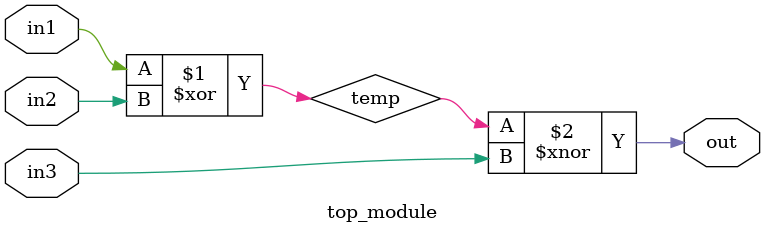
<source format=v>
module top_module (

    input in1,

    input in2,

    input in3,

    output out
);

// in1 同或 in2
// 异或 in3

assign temp = in1 ^ in2;
assign out = temp ~^ in3;

endmodule


</source>
